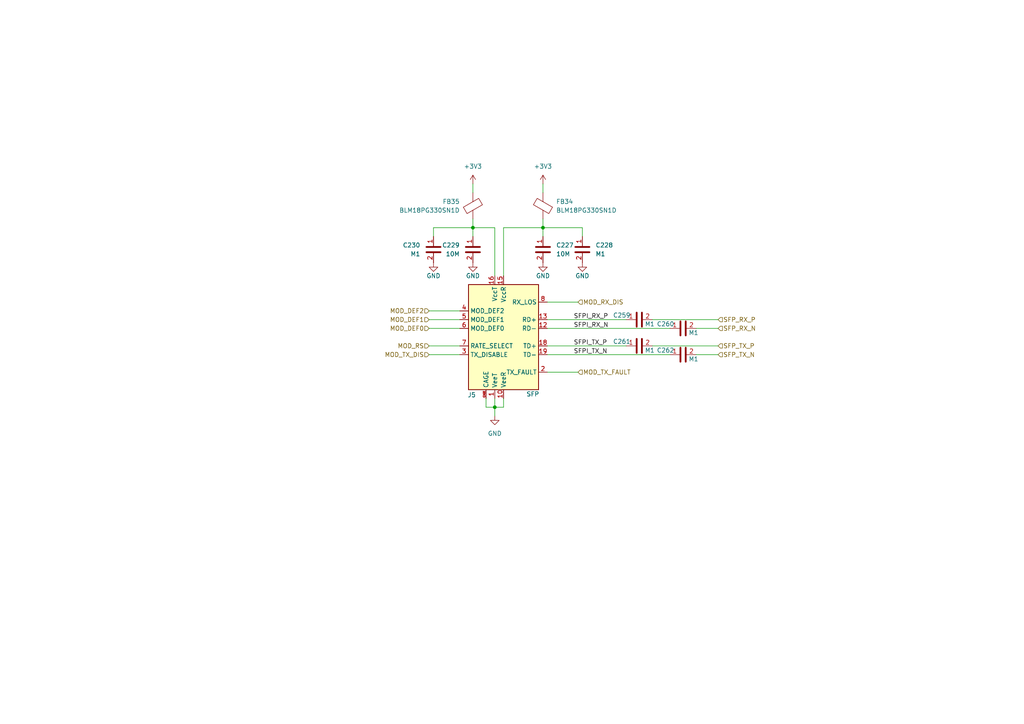
<source format=kicad_sch>
(kicad_sch (version 20250114) (generator "eeschema") (generator_version "9.0")
  (paper "A4")
  (title_block (title "TRNX SDR Carrier board") (date "2025-11-18") (rev "0.1") (company "Tronex s.r.o. / Tronex Group USA LLC"))
  (lib_symbols
    (symbol "Device:FerriteBead" (pin_numbers (hide yes)) (pin_names (offset 0))
      (property "Reference" "FB" (at -3.81 0.635 90))
      (property "Value" "FerriteBead" (at 3.81 0 90))
      (symbol "FerriteBead_0_1"
        (polyline (pts (xy -2.7686 0.4064) (xy -1.7018 2.2606) (xy 2.7686 -0.3048) (xy 1.6764 -2.159) (xy -2.7686 0.4064)))
        (polyline (pts (xy 0 1.27) (xy 0 1.2954)))
        (polyline (pts (xy 0 -1.27) (xy 0 -1.2192)))
      )
      (symbol "FerriteBead_1_1"
        (pin passive line (at 0 3.81 270) (length 2.54) (name "~") (number "1"))
        (pin passive line (at 0 -3.81 90) (length 2.54) (name "~") (number "2"))
      )
    )
    (symbol "Interface_Optical:SFP"
      (property "Reference" "J" (at -8.89 16.51 0))
      (property "Value" "SFP" (at 11.43 16.51 0))
      (symbol "SFP_0_0"
        (rectangle (start -10.16 15.24) (end 10.16 -15.24) (stroke (width 0.254)) (fill (type background)))
      )
      (symbol "SFP_1_1"
        (pin bidirectional line (at -12.7 7.62 0) (length 2.54) (name "MOD_DEF2") (number "4"))
        (pin input line (at -12.7 5.08 0) (length 2.54) (name "MOD_DEF1") (number "5"))
        (pin passive line (at -12.7 2.54 0) (length 2.54) (name "MOD_DEF0") (number "6"))
        (pin input line (at -12.7 -2.54 0) (length 2.54) (name "RATE_SELECT") (number "7"))
        (pin input line (at -12.7 -5.08 0) (length 2.54) (name "TX_DISABLE") (number "3"))
        (pin passive line (at -5.08 -17.78 90) (length 2.54) (name "CAGE") (number "CAGE"))
        (pin power_in line (at -2.54 17.78 270) (length 2.54) (name "VccT") (number "16"))
        (pin power_in line (at -2.54 -17.78 90) (length 2.54) (name "VeeT") (number "1"))
        (pin passive line (at -2.54 -17.78 90) (length 2.54) (hide yes) (name "VeeT") (number "17"))
        (pin passive line (at -2.54 -17.78 90) (length 2.54) (hide yes) (name "VeeT") (number "20"))
        (pin power_in line (at 0 17.78 270) (length 2.54) (name "VccR") (number "15"))
        (pin power_in line (at 0 -17.78 90) (length 2.54) (name "VeeR") (number "10"))
        (pin passive line (at 0 -17.78 90) (length 2.54) (hide yes) (name "VeeR") (number "11"))
        (pin passive line (at 0 -17.78 90) (length 2.54) (hide yes) (name "VeeR") (number "14"))
        (pin passive line (at 0 -17.78 90) (length 2.54) (hide yes) (name "VeeR") (number "9"))
        (pin open_collector line (at 12.7 10.16 180) (length 2.54) (name "RX_LOS") (number "8"))
        (pin output line (at 12.7 5.08 180) (length 2.54) (name "RD+") (number "13"))
        (pin output line (at 12.7 2.54 180) (length 2.54) (name "RD-") (number "12"))
        (pin input line (at 12.7 -2.54 180) (length 2.54) (name "TD+") (number "18"))
        (pin input line (at 12.7 -5.08 180) (length 2.54) (name "TD-") (number "19"))
        (pin open_collector line (at 12.7 -10.16 180) (length 2.54) (name "TX_FAULT") (number "2"))
      )
    )
    (symbol "PPA-Pasive:Cap" (pin_names (offset 1.016))
      (property "Reference" "C" (at -5.08 0 0))
      (property "Value" "Cap" (at 5.08 -2.54 0))
      (symbol "Cap_1_1"
        (polyline (pts (xy -2.032 0.762) (xy 2.032 0.762)) (stroke (width 0.508)))
        (polyline (pts (xy -2.032 -0.762) (xy 2.032 -0.762)) (stroke (width 0.508)))
        (pin passive line (at 0 3.81 270) (length 2.794) (name "~") (number "1"))
        (pin passive line (at 0 -3.81 90) (length 2.794) (name "~") (number "2"))
      )
    )
    (symbol "power:+3V3" (power) (pin_names (offset 0))
      (property "Value" "+3V3" (at 0 3.556 0))
      (symbol "+3V3_0_1"
        (polyline (pts (xy -0.762 1.27) (xy 0 2.54)))
        (polyline (pts (xy 0 2.54) (xy 0.762 1.27)))
        (polyline (pts (xy 0 0) (xy 0 2.54)))
      )
      (symbol "+3V3_1_1"
        (pin power_in line (at 0 0 90) (length 0) (hide yes) (name "+3V3") (number "1"))
      )
    )
    (symbol "power:GND" (power) (pin_names (offset 0))
      (property "Value" "GND" (at 0 -3.81 0))
      (symbol "GND_0_1"
        (polyline (pts (xy 0 0) (xy 0 -1.27) (xy 1.27 -1.27) (xy 0 -2.54) (xy -1.27 -1.27) (xy 0 -1.27)))
      )
      (symbol "GND_1_1"
        (pin power_in line (at 0 0 270) (length 0) (hide yes) (name "GND") (number "1"))
      )
    )
  )
  (junction (at 157.48 66.04))
  (junction (at 143.51 118.11))
  (junction (at 137.16 66.04))
  (wire (pts (xy 157.48 66.04) (xy 168.91 66.04)))
  (wire (pts (xy 124.46 100.33) (xy 133.35 100.33)))
  (wire (pts (xy 125.73 66.04) (xy 125.73 68.58)))
  (wire (pts (xy 158.75 102.87) (xy 194.31 102.87)))
  (wire (pts (xy 140.97 118.11) (xy 143.51 118.11)))
  (wire (pts (xy 146.05 118.11) (xy 146.05 115.57)))
  (wire (pts (xy 146.05 66.04) (xy 146.05 80.01)))
  (wire (pts (xy 201.93 95.25) (xy 208.28 95.25)))
  (wire (pts (xy 124.46 90.17) (xy 133.35 90.17)))
  (wire (pts (xy 137.16 66.04) (xy 125.73 66.04)))
  (wire (pts (xy 157.48 55.88) (xy 157.48 53.34)))
  (wire (pts (xy 143.51 66.04) (xy 137.16 66.04)))
  (wire (pts (xy 137.16 66.04) (xy 137.16 63.5)))
  (wire (pts (xy 158.75 95.25) (xy 194.31 95.25)))
  (wire (pts (xy 189.23 92.71) (xy 208.28 92.71)))
  (wire (pts (xy 201.93 102.87) (xy 208.28 102.87)))
  (wire (pts (xy 157.48 66.04) (xy 146.05 66.04)))
  (wire (pts (xy 143.51 66.04) (xy 143.51 80.01)))
  (wire (pts (xy 137.16 55.88) (xy 137.16 53.34)))
  (wire (pts (xy 158.75 100.33) (xy 181.61 100.33)))
  (wire (pts (xy 158.75 92.71) (xy 181.61 92.71)))
  (wire (pts (xy 189.23 100.33) (xy 208.28 100.33)))
  (wire (pts (xy 124.46 102.87) (xy 133.35 102.87)))
  (wire (pts (xy 143.51 118.11) (xy 146.05 118.11)))
  (wire (pts (xy 167.64 87.63) (xy 158.75 87.63)))
  (wire (pts (xy 137.16 66.04) (xy 137.16 68.58)))
  (wire (pts (xy 157.48 63.5) (xy 157.48 66.04)))
  (wire (pts (xy 143.51 118.11) (xy 143.51 120.65)))
  (wire (pts (xy 168.91 68.58) (xy 168.91 66.04)))
  (wire (pts (xy 167.64 107.95) (xy 158.75 107.95)))
  (wire (pts (xy 124.46 92.71) (xy 133.35 92.71)))
  (wire (pts (xy 143.51 115.57) (xy 143.51 118.11)))
  (wire (pts (xy 124.46 95.25) (xy 133.35 95.25)))
  (wire (pts (xy 140.97 115.57) (xy 140.97 118.11)))
  (wire (pts (xy 157.48 66.04) (xy 157.48 68.58)))
  (label "SFPI_TX_P" (at 166.37 100.33 0))
  (label "SFPI_RX_P" (at 166.37 92.71 0))
  (label "SFPI_RX_N" (at 166.37 95.25 0))
  (label "SFPI_TX_N" (at 166.37 102.87 0))
  (hierarchical_label "MOD_DEF2" (shape input) (at 124.46 90.17 180))
  (hierarchical_label "SFP_TX_N" (shape input) (at 208.28 102.87 0))
  (hierarchical_label "MOD_RS" (shape input) (at 124.46 100.33 180))
  (hierarchical_label "MOD_DEF0" (shape input) (at 124.46 95.25 180))
  (hierarchical_label "MOD_TX_FAULT" (shape input) (at 167.64 107.95 0))
  (hierarchical_label "MOD_RX_DIS" (shape input) (at 167.64 87.63 0))
  (hierarchical_label "MOD_DEF1" (shape input) (at 124.46 92.71 180))
  (hierarchical_label "MOD_TX_DIS" (shape input) (at 124.46 102.87 180))
  (hierarchical_label "SFP_TX_P" (shape input) (at 208.28 100.33 0))
  (hierarchical_label "SFP_RX_N" (shape input) (at 208.28 95.25 0))
  (hierarchical_label "SFP_RX_P" (shape input) (at 208.28 92.71 0))
  (symbol (lib_id "Device:FerriteBead") (at 137.16 59.69 0) (mirror x) (unit 1)
    (property "Reference" "FB35" (at 133.35 58.4707 0) (effects (justify right)))
    (property "Value" "BLM18PG330SN1D" (at 133.35 61.0107 0) (effects (justify right)))
    (property "Footprint" "Inductor_SMD:L_0603_1608Metric" (effects (hide yes)))
    (property "Description" "Ferrite bead" (effects (hide yes)))
    (property "JLCPCB Part #" "C88984" (effects (hide yes)))
  )
  (symbol (lib_id "PPA-Pasive:Cap") (at 168.91 72.39 0) (unit 1)
    (property "Reference" "C228" (at 172.72 71.1199 0) (effects (justify left)))
    (property "Value" "M1" (at 172.72 73.6599 0) (effects (justify left)))
    (property "Footprint" "Capacitor_SMD:C_0201_0603Metric" (effects (hide yes)))
    (property "Description" "capacitor" (effects (hide yes)))
    (property "Voltage" "100V" (effects (hide yes)))
    (property "Material" "X7R" (effects (hide yes)))
    (property "PN" "CL03A104KP3NNNC" (effects (hide yes)))
    (property "JLC" "C49062" (effects (hide yes)))
    (property "JLCPCB Part #" "C1581" (effects (hide yes)))
  )
  (symbol (lib_id "PPA-Pasive:Cap") (at 198.12 95.25 90) (unit 1)
    (property "Reference" "C260" (at 193.04 93.98 90))
    (property "Value" "M1" (at 201.168 96.52 90))
    (property "Footprint" "Capacitor_SMD:C_0201_0603Metric" (effects (hide yes)))
    (property "Description" "capacitor" (effects (hide yes)))
    (property "Voltage" "100V" (effects (hide yes)))
    (property "Material" "X7R" (effects (hide yes)))
    (property "PN" "CL03A104KP3NNNC" (effects (hide yes)))
    (property "JLC" "C49062" (effects (hide yes)))
    (property "JLCPCB Part #" "C1581" (effects (hide yes)))
  )
  (symbol (lib_id "power:+3V3") (at 157.48 53.34 0) (unit 1)
    (property "Reference" "#PWR0204" (effects (hide yes)))
    (property "Value" "+3V3" (at 157.48 48.26 0))
    (property "Description" "Power symbol creates a global label with name \"+3V3\"" (effects (hide yes)))
  )
  (symbol (lib_id "Device:FerriteBead") (at 157.48 59.69 180) (unit 1)
    (property "Reference" "FB34" (at 161.29 58.4707 0) (effects (justify right)))
    (property "Value" "BLM18PG330SN1D" (at 161.29 61.0107 0) (effects (justify right)))
    (property "Footprint" "Inductor_SMD:L_0603_1608Metric" (effects (hide yes)))
    (property "Description" "Ferrite bead" (effects (hide yes)))
    (property "JLCPCB Part #" "C88984" (effects (hide yes)))
  )
  (symbol (lib_id "power:GND") (at 137.16 76.2 0) (mirror y) (unit 1)
    (property "Reference" "#PWR050" (effects (hide yes)))
    (property "Value" "GND" (at 137.16 80.01 0))
    (property "Description" "Power symbol creates a global label with name \"GND\" , ground" (effects (hide yes)))
  )
  (symbol (lib_id "power:+3V3") (at 137.16 53.34 0) (mirror y) (unit 1)
    (property "Reference" "#PWR049" (effects (hide yes)))
    (property "Value" "+3V3" (at 137.16 48.26 0))
    (property "Description" "Power symbol creates a global label with name \"+3V3\"" (effects (hide yes)))
  )
  (symbol (lib_id "PPA-Pasive:Cap") (at 198.12 102.87 90) (unit 1)
    (property "Reference" "C262" (at 193.04 101.6 90))
    (property "Value" "M1" (at 201.168 104.14 90))
    (property "Footprint" "Capacitor_SMD:C_0201_0603Metric" (effects (hide yes)))
    (property "Description" "capacitor" (effects (hide yes)))
    (property "Voltage" "100V" (effects (hide yes)))
    (property "Material" "X7R" (effects (hide yes)))
    (property "PN" "CL03A104KP3NNNC" (effects (hide yes)))
    (property "JLC" "C49062" (effects (hide yes)))
    (property "JLCPCB Part #" "C1581" (effects (hide yes)))
  )
  (symbol (lib_id "power:GND") (at 168.91 76.2 0) (unit 1)
    (property "Reference" "#PWR048" (effects (hide yes)))
    (property "Value" "GND" (at 168.91 80.01 0))
    (property "Description" "Power symbol creates a global label with name \"GND\" , ground" (effects (hide yes)))
  )
  (symbol (lib_id "PPA-Pasive:Cap") (at 157.48 72.39 0) (unit 1)
    (property "Reference" "C227" (at 161.29 71.1199 0) (effects (justify left)))
    (property "Value" "10M" (at 161.29 73.6599 0) (effects (justify left)))
    (property "Footprint" "Capacitor_SMD:C_0603_1608Metric" (effects (hide yes)))
    (property "Description" "capacitor" (effects (hide yes)))
    (property "Voltage" "100V" (effects (hide yes)))
    (property "Material" "X7R" (effects (hide yes)))
    (property "JLCPCB Part #" "C96446" (effects (hide yes)))
  )
  (symbol (lib_id "PPA-Pasive:Cap") (at 137.16 72.39 0) (mirror y) (unit 1)
    (property "Reference" "C229" (at 133.35 71.1199 0) (effects (justify left)))
    (property "Value" "10M" (at 133.35 73.6599 0) (effects (justify left)))
    (property "Footprint" "Capacitor_SMD:C_0603_1608Metric" (effects (hide yes)))
    (property "Description" "capacitor" (effects (hide yes)))
    (property "Voltage" "100V" (effects (hide yes)))
    (property "Material" "X7R" (effects (hide yes)))
    (property "JLCPCB Part #" "C96446" (effects (hide yes)))
  )
  (symbol (lib_id "power:GND") (at 143.51 120.65 0) (unit 1)
    (property "Reference" "#PWR0215" (effects (hide yes)))
    (property "Value" "GND" (at 143.51 125.73 0))
    (property "Description" "Power symbol creates a global label with name \"GND\" , ground" (effects (hide yes)))
  )
  (symbol (lib_id "PPA-Pasive:Cap") (at 185.42 100.33 90) (unit 1)
    (property "Reference" "C261" (at 180.34 99.06 90))
    (property "Value" "M1" (at 188.468 101.6 90))
    (property "Footprint" "Capacitor_SMD:C_0201_0603Metric" (effects (hide yes)))
    (property "Description" "capacitor" (effects (hide yes)))
    (property "Voltage" "100V" (effects (hide yes)))
    (property "Material" "X7R" (effects (hide yes)))
    (property "PN" "CL03A104KP3NNNC" (effects (hide yes)))
    (property "JLC" "C49062" (effects (hide yes)))
    (property "JLCPCB Part #" "C1581" (effects (hide yes)))
  )
  (symbol (lib_id "PPA-Pasive:Cap") (at 125.73 72.39 0) (mirror y) (unit 1)
    (property "Reference" "C230" (at 121.92 71.1199 0) (effects (justify left)))
    (property "Value" "M1" (at 121.92 73.6599 0) (effects (justify left)))
    (property "Footprint" "Capacitor_SMD:C_0201_0603Metric" (effects (hide yes)))
    (property "Description" "capacitor" (effects (hide yes)))
    (property "Voltage" "100V" (effects (hide yes)))
    (property "Material" "X7R" (effects (hide yes)))
    (property "PN" "CL03A104KP3NNNC" (effects (hide yes)))
    (property "JLC" "C49062" (effects (hide yes)))
    (property "JLCPCB Part #" "C1581" (effects (hide yes)))
  )
  (symbol (lib_id "power:GND") (at 157.48 76.2 0) (unit 1)
    (property "Reference" "#PWR039" (effects (hide yes)))
    (property "Value" "GND" (at 157.48 80.01 0))
    (property "Description" "Power symbol creates a global label with name \"GND\" , ground" (effects (hide yes)))
  )
  (symbol (lib_id "Interface_Optical:SFP") (at 146.05 97.79 0) (unit 1)
    (property "Reference" "J5" (at 135.636 114.554 0) (effects (justify left)))
    (property "Value" "SFP" (at 152.654 114.3 0) (effects (justify left)))
    (property "Footprint" "Connector:Connector_SFP_and_Cage" (effects (hide yes)))
    (property "Datasheet" "http://www.10gtek.com/templates/wzten/pdf/INF-8074.pdf" (effects (hide yes)))
    (property "Description" "Connector for Small Form Factor Pluggable (SFP) module, 1 Gbit/s, serial-to-serial data-agnostic optical transceiver" (effects (hide yes)))
    (property "JLCPCB Part #" "C42418480" (effects (hide yes)))
  )
  (symbol (lib_id "power:GND") (at 125.73 76.2 0) (mirror y) (unit 1)
    (property "Reference" "#PWR051" (effects (hide yes)))
    (property "Value" "GND" (at 125.73 80.01 0))
    (property "Description" "Power symbol creates a global label with name \"GND\" , ground" (effects (hide yes)))
  )
  (symbol (lib_id "PPA-Pasive:Cap") (at 185.42 92.71 90) (unit 1)
    (property "Reference" "C259" (at 180.34 91.44 90))
    (property "Value" "M1" (at 188.468 93.98 90))
    (property "Footprint" "Capacitor_SMD:C_0201_0603Metric" (effects (hide yes)))
    (property "Description" "capacitor" (effects (hide yes)))
    (property "Voltage" "100V" (effects (hide yes)))
    (property "Material" "X7R" (effects (hide yes)))
    (property "PN" "CL03A104KP3NNNC" (effects (hide yes)))
    (property "JLC" "C49062" (effects (hide yes)))
    (property "JLCPCB Part #" "C1581" (effects (hide yes)))
  )
)
</source>
